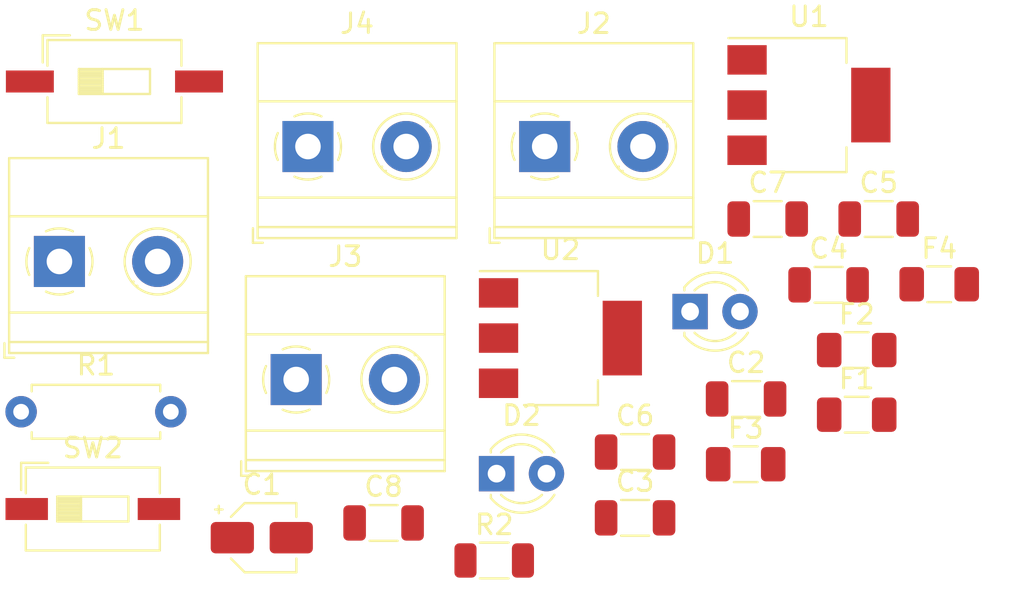
<source format=kicad_pcb>
(kicad_pcb (version 20171130) (host pcbnew "(5.1.9)-1")

  (general
    (thickness 1.6)
    (drawings 0)
    (tracks 0)
    (zones 0)
    (modules 24)
    (nets 14)
  )

  (page A4)
  (layers
    (0 F.Cu signal)
    (31 B.Cu signal)
    (32 B.Adhes user)
    (33 F.Adhes user)
    (34 B.Paste user)
    (35 F.Paste user)
    (36 B.SilkS user)
    (37 F.SilkS user)
    (38 B.Mask user)
    (39 F.Mask user)
    (40 Dwgs.User user)
    (41 Cmts.User user)
    (42 Eco1.User user)
    (43 Eco2.User user)
    (44 Edge.Cuts user)
    (45 Margin user)
    (46 B.CrtYd user)
    (47 F.CrtYd user)
    (48 B.Fab user)
    (49 F.Fab user)
  )

  (setup
    (last_trace_width 0.25)
    (trace_clearance 0.2)
    (zone_clearance 0.508)
    (zone_45_only no)
    (trace_min 0.2)
    (via_size 0.8)
    (via_drill 0.4)
    (via_min_size 0.4)
    (via_min_drill 0.3)
    (uvia_size 0.3)
    (uvia_drill 0.1)
    (uvias_allowed no)
    (uvia_min_size 0.2)
    (uvia_min_drill 0.1)
    (edge_width 0.05)
    (segment_width 0.2)
    (pcb_text_width 0.3)
    (pcb_text_size 1.5 1.5)
    (mod_edge_width 0.12)
    (mod_text_size 1 1)
    (mod_text_width 0.15)
    (pad_size 1.524 1.524)
    (pad_drill 0.762)
    (pad_to_mask_clearance 0)
    (aux_axis_origin 0 0)
    (visible_elements FFFFFF7F)
    (pcbplotparams
      (layerselection 0x010fc_ffffffff)
      (usegerberextensions false)
      (usegerberattributes true)
      (usegerberadvancedattributes true)
      (creategerberjobfile true)
      (excludeedgelayer true)
      (linewidth 0.100000)
      (plotframeref false)
      (viasonmask false)
      (mode 1)
      (useauxorigin false)
      (hpglpennumber 1)
      (hpglpenspeed 20)
      (hpglpendiameter 15.000000)
      (psnegative false)
      (psa4output false)
      (plotreference true)
      (plotvalue true)
      (plotinvisibletext false)
      (padsonsilk false)
      (subtractmaskfromsilk false)
      (outputformat 1)
      (mirror false)
      (drillshape 1)
      (scaleselection 1)
      (outputdirectory ""))
  )

  (net 0 "")
  (net 1 "Net-(C1-Pad1)")
  (net 2 GND)
  (net 3 "Net-(C2-Pad1)")
  (net 4 +5V)
  (net 5 +3V3)
  (net 6 "Net-(D1-Pad1)")
  (net 7 "Net-(D2-Pad1)")
  (net 8 "Net-(F1-Pad1)")
  (net 9 "Net-(F2-Pad1)")
  (net 10 /5Vout)
  (net 11 /3.3Vout)
  (net 12 "Net-(J1-Pad1)")
  (net 13 "Net-(J2-Pad1)")

  (net_class Default "This is the default net class."
    (clearance 0.2)
    (trace_width 0.25)
    (via_dia 0.8)
    (via_drill 0.4)
    (uvia_dia 0.3)
    (uvia_drill 0.1)
    (add_net +3V3)
    (add_net +5V)
    (add_net /3.3Vout)
    (add_net /5Vout)
    (add_net GND)
    (add_net "Net-(C1-Pad1)")
    (add_net "Net-(C2-Pad1)")
    (add_net "Net-(D1-Pad1)")
    (add_net "Net-(D2-Pad1)")
    (add_net "Net-(F1-Pad1)")
    (add_net "Net-(F2-Pad1)")
    (add_net "Net-(J1-Pad1)")
    (add_net "Net-(J2-Pad1)")
  )

  (module Capacitor_SMD:CP_Elec_3x5.4 (layer F.Cu) (tedit 5BCA39CF) (tstamp 60FDB20A)
    (at 103.241001 107.433001)
    (descr "SMD capacitor, aluminum electrolytic, Nichicon, 3.0x5.4mm")
    (tags "capacitor electrolytic")
    (path /60FD91D4)
    (attr smd)
    (fp_text reference C1 (at 0 -2.7) (layer F.SilkS)
      (effects (font (size 1 1) (thickness 0.15)))
    )
    (fp_text value 10u (at 0 2.7) (layer F.Fab)
      (effects (font (size 1 1) (thickness 0.15)))
    )
    (fp_line (start -2.85 1.05) (end -1.78 1.05) (layer F.CrtYd) (width 0.05))
    (fp_line (start -2.85 -1.05) (end -2.85 1.05) (layer F.CrtYd) (width 0.05))
    (fp_line (start -1.78 -1.05) (end -2.85 -1.05) (layer F.CrtYd) (width 0.05))
    (fp_line (start -1.78 -1.05) (end -0.93 -1.9) (layer F.CrtYd) (width 0.05))
    (fp_line (start -1.78 1.05) (end -0.93 1.9) (layer F.CrtYd) (width 0.05))
    (fp_line (start -0.93 -1.9) (end 1.9 -1.9) (layer F.CrtYd) (width 0.05))
    (fp_line (start -0.93 1.9) (end 1.9 1.9) (layer F.CrtYd) (width 0.05))
    (fp_line (start 1.9 1.05) (end 1.9 1.9) (layer F.CrtYd) (width 0.05))
    (fp_line (start 2.85 1.05) (end 1.9 1.05) (layer F.CrtYd) (width 0.05))
    (fp_line (start 2.85 -1.05) (end 2.85 1.05) (layer F.CrtYd) (width 0.05))
    (fp_line (start 1.9 -1.05) (end 2.85 -1.05) (layer F.CrtYd) (width 0.05))
    (fp_line (start 1.9 -1.9) (end 1.9 -1.05) (layer F.CrtYd) (width 0.05))
    (fp_line (start -2.1875 -1.6225) (end -2.1875 -1.2475) (layer F.SilkS) (width 0.12))
    (fp_line (start -2.375 -1.435) (end -2 -1.435) (layer F.SilkS) (width 0.12))
    (fp_line (start -1.570563 1.06) (end -0.870563 1.76) (layer F.SilkS) (width 0.12))
    (fp_line (start -1.570563 -1.06) (end -0.870563 -1.76) (layer F.SilkS) (width 0.12))
    (fp_line (start -0.870563 1.76) (end 1.76 1.76) (layer F.SilkS) (width 0.12))
    (fp_line (start -0.870563 -1.76) (end 1.76 -1.76) (layer F.SilkS) (width 0.12))
    (fp_line (start 1.76 -1.76) (end 1.76 -1.06) (layer F.SilkS) (width 0.12))
    (fp_line (start 1.76 1.76) (end 1.76 1.06) (layer F.SilkS) (width 0.12))
    (fp_line (start -0.960469 -0.95) (end -0.960469 -0.65) (layer F.Fab) (width 0.1))
    (fp_line (start -1.110469 -0.8) (end -0.810469 -0.8) (layer F.Fab) (width 0.1))
    (fp_line (start -1.65 0.825) (end -0.825 1.65) (layer F.Fab) (width 0.1))
    (fp_line (start -1.65 -0.825) (end -0.825 -1.65) (layer F.Fab) (width 0.1))
    (fp_line (start -1.65 -0.825) (end -1.65 0.825) (layer F.Fab) (width 0.1))
    (fp_line (start -0.825 1.65) (end 1.65 1.65) (layer F.Fab) (width 0.1))
    (fp_line (start -0.825 -1.65) (end 1.65 -1.65) (layer F.Fab) (width 0.1))
    (fp_line (start 1.65 -1.65) (end 1.65 1.65) (layer F.Fab) (width 0.1))
    (fp_circle (center 0 0) (end 1.5 0) (layer F.Fab) (width 0.1))
    (fp_text user %R (at 0 0) (layer F.Fab)
      (effects (font (size 0.6 0.6) (thickness 0.09)))
    )
    (pad 1 smd roundrect (at -1.5 0) (size 2.2 1.6) (layers F.Cu F.Paste F.Mask) (roundrect_rratio 0.15625)
      (net 1 "Net-(C1-Pad1)"))
    (pad 2 smd roundrect (at 1.5 0) (size 2.2 1.6) (layers F.Cu F.Paste F.Mask) (roundrect_rratio 0.15625)
      (net 2 GND))
    (model ${KISYS3DMOD}/Capacitor_SMD.3dshapes/CP_Elec_3x5.4.wrl
      (at (xyz 0 0 0))
      (scale (xyz 1 1 1))
      (rotate (xyz 0 0 0))
    )
  )

  (module Capacitor_SMD:C_1206_3216Metric (layer F.Cu) (tedit 5F68FEEE) (tstamp 60FDB21B)
    (at 127.891001 100.373001)
    (descr "Capacitor SMD 1206 (3216 Metric), square (rectangular) end terminal, IPC_7351 nominal, (Body size source: IPC-SM-782 page 76, https://www.pcb-3d.com/wordpress/wp-content/uploads/ipc-sm-782a_amendment_1_and_2.pdf), generated with kicad-footprint-generator")
    (tags capacitor)
    (path /60FE70BC)
    (attr smd)
    (fp_text reference C2 (at 0 -1.85) (layer F.SilkS)
      (effects (font (size 1 1) (thickness 0.15)))
    )
    (fp_text value 10u (at 0 1.85) (layer F.Fab)
      (effects (font (size 1 1) (thickness 0.15)))
    )
    (fp_line (start 2.3 1.15) (end -2.3 1.15) (layer F.CrtYd) (width 0.05))
    (fp_line (start 2.3 -1.15) (end 2.3 1.15) (layer F.CrtYd) (width 0.05))
    (fp_line (start -2.3 -1.15) (end 2.3 -1.15) (layer F.CrtYd) (width 0.05))
    (fp_line (start -2.3 1.15) (end -2.3 -1.15) (layer F.CrtYd) (width 0.05))
    (fp_line (start -0.711252 0.91) (end 0.711252 0.91) (layer F.SilkS) (width 0.12))
    (fp_line (start -0.711252 -0.91) (end 0.711252 -0.91) (layer F.SilkS) (width 0.12))
    (fp_line (start 1.6 0.8) (end -1.6 0.8) (layer F.Fab) (width 0.1))
    (fp_line (start 1.6 -0.8) (end 1.6 0.8) (layer F.Fab) (width 0.1))
    (fp_line (start -1.6 -0.8) (end 1.6 -0.8) (layer F.Fab) (width 0.1))
    (fp_line (start -1.6 0.8) (end -1.6 -0.8) (layer F.Fab) (width 0.1))
    (fp_text user %R (at 0 0) (layer F.Fab)
      (effects (font (size 0.8 0.8) (thickness 0.12)))
    )
    (pad 1 smd roundrect (at -1.475 0) (size 1.15 1.8) (layers F.Cu F.Paste F.Mask) (roundrect_rratio 0.217391)
      (net 3 "Net-(C2-Pad1)"))
    (pad 2 smd roundrect (at 1.475 0) (size 1.15 1.8) (layers F.Cu F.Paste F.Mask) (roundrect_rratio 0.217391)
      (net 2 GND))
    (model ${KISYS3DMOD}/Capacitor_SMD.3dshapes/C_1206_3216Metric.wrl
      (at (xyz 0 0 0))
      (scale (xyz 1 1 1))
      (rotate (xyz 0 0 0))
    )
  )

  (module Capacitor_SMD:C_1206_3216Metric (layer F.Cu) (tedit 5F68FEEE) (tstamp 60FDB22C)
    (at 122.241001 106.423001)
    (descr "Capacitor SMD 1206 (3216 Metric), square (rectangular) end terminal, IPC_7351 nominal, (Body size source: IPC-SM-782 page 76, https://www.pcb-3d.com/wordpress/wp-content/uploads/ipc-sm-782a_amendment_1_and_2.pdf), generated with kicad-footprint-generator")
    (tags capacitor)
    (path /60FD7EC3)
    (attr smd)
    (fp_text reference C3 (at 0 -1.85) (layer F.SilkS)
      (effects (font (size 1 1) (thickness 0.15)))
    )
    (fp_text value 100n (at 0 1.85) (layer F.Fab)
      (effects (font (size 1 1) (thickness 0.15)))
    )
    (fp_line (start 2.3 1.15) (end -2.3 1.15) (layer F.CrtYd) (width 0.05))
    (fp_line (start 2.3 -1.15) (end 2.3 1.15) (layer F.CrtYd) (width 0.05))
    (fp_line (start -2.3 -1.15) (end 2.3 -1.15) (layer F.CrtYd) (width 0.05))
    (fp_line (start -2.3 1.15) (end -2.3 -1.15) (layer F.CrtYd) (width 0.05))
    (fp_line (start -0.711252 0.91) (end 0.711252 0.91) (layer F.SilkS) (width 0.12))
    (fp_line (start -0.711252 -0.91) (end 0.711252 -0.91) (layer F.SilkS) (width 0.12))
    (fp_line (start 1.6 0.8) (end -1.6 0.8) (layer F.Fab) (width 0.1))
    (fp_line (start 1.6 -0.8) (end 1.6 0.8) (layer F.Fab) (width 0.1))
    (fp_line (start -1.6 -0.8) (end 1.6 -0.8) (layer F.Fab) (width 0.1))
    (fp_line (start -1.6 0.8) (end -1.6 -0.8) (layer F.Fab) (width 0.1))
    (fp_text user %R (at 0 0) (layer F.Fab)
      (effects (font (size 0.8 0.8) (thickness 0.12)))
    )
    (pad 1 smd roundrect (at -1.475 0) (size 1.15 1.8) (layers F.Cu F.Paste F.Mask) (roundrect_rratio 0.217391)
      (net 1 "Net-(C1-Pad1)"))
    (pad 2 smd roundrect (at 1.475 0) (size 1.15 1.8) (layers F.Cu F.Paste F.Mask) (roundrect_rratio 0.217391)
      (net 2 GND))
    (model ${KISYS3DMOD}/Capacitor_SMD.3dshapes/C_1206_3216Metric.wrl
      (at (xyz 0 0 0))
      (scale (xyz 1 1 1))
      (rotate (xyz 0 0 0))
    )
  )

  (module Capacitor_SMD:C_1206_3216Metric (layer F.Cu) (tedit 5F68FEEE) (tstamp 60FDB23D)
    (at 132.091001 94.563001)
    (descr "Capacitor SMD 1206 (3216 Metric), square (rectangular) end terminal, IPC_7351 nominal, (Body size source: IPC-SM-782 page 76, https://www.pcb-3d.com/wordpress/wp-content/uploads/ipc-sm-782a_amendment_1_and_2.pdf), generated with kicad-footprint-generator")
    (tags capacitor)
    (path /60FE70AA)
    (attr smd)
    (fp_text reference C4 (at 0 -1.85) (layer F.SilkS)
      (effects (font (size 1 1) (thickness 0.15)))
    )
    (fp_text value 100n (at 0 1.85) (layer F.Fab)
      (effects (font (size 1 1) (thickness 0.15)))
    )
    (fp_text user %R (at 0 0) (layer F.Fab)
      (effects (font (size 0.8 0.8) (thickness 0.12)))
    )
    (fp_line (start -1.6 0.8) (end -1.6 -0.8) (layer F.Fab) (width 0.1))
    (fp_line (start -1.6 -0.8) (end 1.6 -0.8) (layer F.Fab) (width 0.1))
    (fp_line (start 1.6 -0.8) (end 1.6 0.8) (layer F.Fab) (width 0.1))
    (fp_line (start 1.6 0.8) (end -1.6 0.8) (layer F.Fab) (width 0.1))
    (fp_line (start -0.711252 -0.91) (end 0.711252 -0.91) (layer F.SilkS) (width 0.12))
    (fp_line (start -0.711252 0.91) (end 0.711252 0.91) (layer F.SilkS) (width 0.12))
    (fp_line (start -2.3 1.15) (end -2.3 -1.15) (layer F.CrtYd) (width 0.05))
    (fp_line (start -2.3 -1.15) (end 2.3 -1.15) (layer F.CrtYd) (width 0.05))
    (fp_line (start 2.3 -1.15) (end 2.3 1.15) (layer F.CrtYd) (width 0.05))
    (fp_line (start 2.3 1.15) (end -2.3 1.15) (layer F.CrtYd) (width 0.05))
    (pad 2 smd roundrect (at 1.475 0) (size 1.15 1.8) (layers F.Cu F.Paste F.Mask) (roundrect_rratio 0.217391)
      (net 2 GND))
    (pad 1 smd roundrect (at -1.475 0) (size 1.15 1.8) (layers F.Cu F.Paste F.Mask) (roundrect_rratio 0.217391)
      (net 3 "Net-(C2-Pad1)"))
    (model ${KISYS3DMOD}/Capacitor_SMD.3dshapes/C_1206_3216Metric.wrl
      (at (xyz 0 0 0))
      (scale (xyz 1 1 1))
      (rotate (xyz 0 0 0))
    )
  )

  (module Capacitor_SMD:C_1206_3216Metric (layer F.Cu) (tedit 5F68FEEE) (tstamp 60FDB24E)
    (at 134.641001 91.213001)
    (descr "Capacitor SMD 1206 (3216 Metric), square (rectangular) end terminal, IPC_7351 nominal, (Body size source: IPC-SM-782 page 76, https://www.pcb-3d.com/wordpress/wp-content/uploads/ipc-sm-782a_amendment_1_and_2.pdf), generated with kicad-footprint-generator")
    (tags capacitor)
    (path /60FD86AD)
    (attr smd)
    (fp_text reference C5 (at 0 -1.85) (layer F.SilkS)
      (effects (font (size 1 1) (thickness 0.15)))
    )
    (fp_text value 10u (at 0 1.85) (layer F.Fab)
      (effects (font (size 1 1) (thickness 0.15)))
    )
    (fp_text user %R (at 0 0) (layer F.Fab)
      (effects (font (size 0.8 0.8) (thickness 0.12)))
    )
    (fp_line (start -1.6 0.8) (end -1.6 -0.8) (layer F.Fab) (width 0.1))
    (fp_line (start -1.6 -0.8) (end 1.6 -0.8) (layer F.Fab) (width 0.1))
    (fp_line (start 1.6 -0.8) (end 1.6 0.8) (layer F.Fab) (width 0.1))
    (fp_line (start 1.6 0.8) (end -1.6 0.8) (layer F.Fab) (width 0.1))
    (fp_line (start -0.711252 -0.91) (end 0.711252 -0.91) (layer F.SilkS) (width 0.12))
    (fp_line (start -0.711252 0.91) (end 0.711252 0.91) (layer F.SilkS) (width 0.12))
    (fp_line (start -2.3 1.15) (end -2.3 -1.15) (layer F.CrtYd) (width 0.05))
    (fp_line (start -2.3 -1.15) (end 2.3 -1.15) (layer F.CrtYd) (width 0.05))
    (fp_line (start 2.3 -1.15) (end 2.3 1.15) (layer F.CrtYd) (width 0.05))
    (fp_line (start 2.3 1.15) (end -2.3 1.15) (layer F.CrtYd) (width 0.05))
    (pad 2 smd roundrect (at 1.475 0) (size 1.15 1.8) (layers F.Cu F.Paste F.Mask) (roundrect_rratio 0.217391)
      (net 2 GND))
    (pad 1 smd roundrect (at -1.475 0) (size 1.15 1.8) (layers F.Cu F.Paste F.Mask) (roundrect_rratio 0.217391)
      (net 4 +5V))
    (model ${KISYS3DMOD}/Capacitor_SMD.3dshapes/C_1206_3216Metric.wrl
      (at (xyz 0 0 0))
      (scale (xyz 1 1 1))
      (rotate (xyz 0 0 0))
    )
  )

  (module Capacitor_SMD:C_1206_3216Metric (layer F.Cu) (tedit 5F68FEEE) (tstamp 60FDB25F)
    (at 122.241001 103.073001)
    (descr "Capacitor SMD 1206 (3216 Metric), square (rectangular) end terminal, IPC_7351 nominal, (Body size source: IPC-SM-782 page 76, https://www.pcb-3d.com/wordpress/wp-content/uploads/ipc-sm-782a_amendment_1_and_2.pdf), generated with kicad-footprint-generator")
    (tags capacitor)
    (path /60FE70B0)
    (attr smd)
    (fp_text reference C6 (at 0 -1.85) (layer F.SilkS)
      (effects (font (size 1 1) (thickness 0.15)))
    )
    (fp_text value 10u (at 0 1.85) (layer F.Fab)
      (effects (font (size 1 1) (thickness 0.15)))
    )
    (fp_line (start 2.3 1.15) (end -2.3 1.15) (layer F.CrtYd) (width 0.05))
    (fp_line (start 2.3 -1.15) (end 2.3 1.15) (layer F.CrtYd) (width 0.05))
    (fp_line (start -2.3 -1.15) (end 2.3 -1.15) (layer F.CrtYd) (width 0.05))
    (fp_line (start -2.3 1.15) (end -2.3 -1.15) (layer F.CrtYd) (width 0.05))
    (fp_line (start -0.711252 0.91) (end 0.711252 0.91) (layer F.SilkS) (width 0.12))
    (fp_line (start -0.711252 -0.91) (end 0.711252 -0.91) (layer F.SilkS) (width 0.12))
    (fp_line (start 1.6 0.8) (end -1.6 0.8) (layer F.Fab) (width 0.1))
    (fp_line (start 1.6 -0.8) (end 1.6 0.8) (layer F.Fab) (width 0.1))
    (fp_line (start -1.6 -0.8) (end 1.6 -0.8) (layer F.Fab) (width 0.1))
    (fp_line (start -1.6 0.8) (end -1.6 -0.8) (layer F.Fab) (width 0.1))
    (fp_text user %R (at 0 0) (layer F.Fab)
      (effects (font (size 0.8 0.8) (thickness 0.12)))
    )
    (pad 1 smd roundrect (at -1.475 0) (size 1.15 1.8) (layers F.Cu F.Paste F.Mask) (roundrect_rratio 0.217391)
      (net 5 +3V3))
    (pad 2 smd roundrect (at 1.475 0) (size 1.15 1.8) (layers F.Cu F.Paste F.Mask) (roundrect_rratio 0.217391)
      (net 2 GND))
    (model ${KISYS3DMOD}/Capacitor_SMD.3dshapes/C_1206_3216Metric.wrl
      (at (xyz 0 0 0))
      (scale (xyz 1 1 1))
      (rotate (xyz 0 0 0))
    )
  )

  (module Capacitor_SMD:C_1206_3216Metric (layer F.Cu) (tedit 5F68FEEE) (tstamp 60FDB270)
    (at 128.991001 91.213001)
    (descr "Capacitor SMD 1206 (3216 Metric), square (rectangular) end terminal, IPC_7351 nominal, (Body size source: IPC-SM-782 page 76, https://www.pcb-3d.com/wordpress/wp-content/uploads/ipc-sm-782a_amendment_1_and_2.pdf), generated with kicad-footprint-generator")
    (tags capacitor)
    (path /60FD8C61)
    (attr smd)
    (fp_text reference C7 (at 0 -1.85) (layer F.SilkS)
      (effects (font (size 1 1) (thickness 0.15)))
    )
    (fp_text value 0.1u (at 0 1.85) (layer F.Fab)
      (effects (font (size 1 1) (thickness 0.15)))
    )
    (fp_line (start 2.3 1.15) (end -2.3 1.15) (layer F.CrtYd) (width 0.05))
    (fp_line (start 2.3 -1.15) (end 2.3 1.15) (layer F.CrtYd) (width 0.05))
    (fp_line (start -2.3 -1.15) (end 2.3 -1.15) (layer F.CrtYd) (width 0.05))
    (fp_line (start -2.3 1.15) (end -2.3 -1.15) (layer F.CrtYd) (width 0.05))
    (fp_line (start -0.711252 0.91) (end 0.711252 0.91) (layer F.SilkS) (width 0.12))
    (fp_line (start -0.711252 -0.91) (end 0.711252 -0.91) (layer F.SilkS) (width 0.12))
    (fp_line (start 1.6 0.8) (end -1.6 0.8) (layer F.Fab) (width 0.1))
    (fp_line (start 1.6 -0.8) (end 1.6 0.8) (layer F.Fab) (width 0.1))
    (fp_line (start -1.6 -0.8) (end 1.6 -0.8) (layer F.Fab) (width 0.1))
    (fp_line (start -1.6 0.8) (end -1.6 -0.8) (layer F.Fab) (width 0.1))
    (fp_text user %R (at 0 0) (layer F.Fab)
      (effects (font (size 0.8 0.8) (thickness 0.12)))
    )
    (pad 1 smd roundrect (at -1.475 0) (size 1.15 1.8) (layers F.Cu F.Paste F.Mask) (roundrect_rratio 0.217391)
      (net 4 +5V))
    (pad 2 smd roundrect (at 1.475 0) (size 1.15 1.8) (layers F.Cu F.Paste F.Mask) (roundrect_rratio 0.217391)
      (net 2 GND))
    (model ${KISYS3DMOD}/Capacitor_SMD.3dshapes/C_1206_3216Metric.wrl
      (at (xyz 0 0 0))
      (scale (xyz 1 1 1))
      (rotate (xyz 0 0 0))
    )
  )

  (module Capacitor_SMD:C_1206_3216Metric (layer F.Cu) (tedit 5F68FEEE) (tstamp 60FDB281)
    (at 109.441001 106.683001)
    (descr "Capacitor SMD 1206 (3216 Metric), square (rectangular) end terminal, IPC_7351 nominal, (Body size source: IPC-SM-782 page 76, https://www.pcb-3d.com/wordpress/wp-content/uploads/ipc-sm-782a_amendment_1_and_2.pdf), generated with kicad-footprint-generator")
    (tags capacitor)
    (path /60FE70B6)
    (attr smd)
    (fp_text reference C8 (at 0 -1.85) (layer F.SilkS)
      (effects (font (size 1 1) (thickness 0.15)))
    )
    (fp_text value 0.1u (at 0 1.85) (layer F.Fab)
      (effects (font (size 1 1) (thickness 0.15)))
    )
    (fp_text user %R (at 0 0) (layer F.Fab)
      (effects (font (size 0.8 0.8) (thickness 0.12)))
    )
    (fp_line (start -1.6 0.8) (end -1.6 -0.8) (layer F.Fab) (width 0.1))
    (fp_line (start -1.6 -0.8) (end 1.6 -0.8) (layer F.Fab) (width 0.1))
    (fp_line (start 1.6 -0.8) (end 1.6 0.8) (layer F.Fab) (width 0.1))
    (fp_line (start 1.6 0.8) (end -1.6 0.8) (layer F.Fab) (width 0.1))
    (fp_line (start -0.711252 -0.91) (end 0.711252 -0.91) (layer F.SilkS) (width 0.12))
    (fp_line (start -0.711252 0.91) (end 0.711252 0.91) (layer F.SilkS) (width 0.12))
    (fp_line (start -2.3 1.15) (end -2.3 -1.15) (layer F.CrtYd) (width 0.05))
    (fp_line (start -2.3 -1.15) (end 2.3 -1.15) (layer F.CrtYd) (width 0.05))
    (fp_line (start 2.3 -1.15) (end 2.3 1.15) (layer F.CrtYd) (width 0.05))
    (fp_line (start 2.3 1.15) (end -2.3 1.15) (layer F.CrtYd) (width 0.05))
    (pad 2 smd roundrect (at 1.475 0) (size 1.15 1.8) (layers F.Cu F.Paste F.Mask) (roundrect_rratio 0.217391)
      (net 2 GND))
    (pad 1 smd roundrect (at -1.475 0) (size 1.15 1.8) (layers F.Cu F.Paste F.Mask) (roundrect_rratio 0.217391)
      (net 5 +3V3))
    (model ${KISYS3DMOD}/Capacitor_SMD.3dshapes/C_1206_3216Metric.wrl
      (at (xyz 0 0 0))
      (scale (xyz 1 1 1))
      (rotate (xyz 0 0 0))
    )
  )

  (module LED_THT:LED_D3.0mm (layer F.Cu) (tedit 587A3A7B) (tstamp 60FDB294)
    (at 125.041001 95.923001)
    (descr "LED, diameter 3.0mm, 2 pins")
    (tags "LED diameter 3.0mm 2 pins")
    (path /60FEF934)
    (fp_text reference D1 (at 1.27 -2.96) (layer F.SilkS)
      (effects (font (size 1 1) (thickness 0.15)))
    )
    (fp_text value LED (at 1.27 2.96) (layer F.Fab)
      (effects (font (size 1 1) (thickness 0.15)))
    )
    (fp_line (start 3.7 -2.25) (end -1.15 -2.25) (layer F.CrtYd) (width 0.05))
    (fp_line (start 3.7 2.25) (end 3.7 -2.25) (layer F.CrtYd) (width 0.05))
    (fp_line (start -1.15 2.25) (end 3.7 2.25) (layer F.CrtYd) (width 0.05))
    (fp_line (start -1.15 -2.25) (end -1.15 2.25) (layer F.CrtYd) (width 0.05))
    (fp_line (start -0.29 1.08) (end -0.29 1.236) (layer F.SilkS) (width 0.12))
    (fp_line (start -0.29 -1.236) (end -0.29 -1.08) (layer F.SilkS) (width 0.12))
    (fp_line (start -0.23 -1.16619) (end -0.23 1.16619) (layer F.Fab) (width 0.1))
    (fp_circle (center 1.27 0) (end 2.77 0) (layer F.Fab) (width 0.1))
    (fp_arc (start 1.27 0) (end -0.23 -1.16619) (angle 284.3) (layer F.Fab) (width 0.1))
    (fp_arc (start 1.27 0) (end -0.29 -1.235516) (angle 108.8) (layer F.SilkS) (width 0.12))
    (fp_arc (start 1.27 0) (end -0.29 1.235516) (angle -108.8) (layer F.SilkS) (width 0.12))
    (fp_arc (start 1.27 0) (end 0.229039 -1.08) (angle 87.9) (layer F.SilkS) (width 0.12))
    (fp_arc (start 1.27 0) (end 0.229039 1.08) (angle -87.9) (layer F.SilkS) (width 0.12))
    (pad 1 thru_hole rect (at 0 0) (size 1.8 1.8) (drill 0.9) (layers *.Cu *.Mask)
      (net 6 "Net-(D1-Pad1)"))
    (pad 2 thru_hole circle (at 2.54 0) (size 1.8 1.8) (drill 0.9) (layers *.Cu *.Mask)
      (net 5 +3V3))
    (model ${KISYS3DMOD}/LED_THT.3dshapes/LED_D3.0mm.wrl
      (at (xyz 0 0 0))
      (scale (xyz 1 1 1))
      (rotate (xyz 0 0 0))
    )
  )

  (module LED_THT:LED_D3.0mm (layer F.Cu) (tedit 587A3A7B) (tstamp 60FDB2A7)
    (at 115.191001 104.173001)
    (descr "LED, diameter 3.0mm, 2 pins")
    (tags "LED diameter 3.0mm 2 pins")
    (path /60FE9581)
    (fp_text reference D2 (at 1.27 -2.96) (layer F.SilkS)
      (effects (font (size 1 1) (thickness 0.15)))
    )
    (fp_text value LED (at 1.27 2.96) (layer F.Fab)
      (effects (font (size 1 1) (thickness 0.15)))
    )
    (fp_arc (start 1.27 0) (end 0.229039 1.08) (angle -87.9) (layer F.SilkS) (width 0.12))
    (fp_arc (start 1.27 0) (end 0.229039 -1.08) (angle 87.9) (layer F.SilkS) (width 0.12))
    (fp_arc (start 1.27 0) (end -0.29 1.235516) (angle -108.8) (layer F.SilkS) (width 0.12))
    (fp_arc (start 1.27 0) (end -0.29 -1.235516) (angle 108.8) (layer F.SilkS) (width 0.12))
    (fp_arc (start 1.27 0) (end -0.23 -1.16619) (angle 284.3) (layer F.Fab) (width 0.1))
    (fp_circle (center 1.27 0) (end 2.77 0) (layer F.Fab) (width 0.1))
    (fp_line (start -0.23 -1.16619) (end -0.23 1.16619) (layer F.Fab) (width 0.1))
    (fp_line (start -0.29 -1.236) (end -0.29 -1.08) (layer F.SilkS) (width 0.12))
    (fp_line (start -0.29 1.08) (end -0.29 1.236) (layer F.SilkS) (width 0.12))
    (fp_line (start -1.15 -2.25) (end -1.15 2.25) (layer F.CrtYd) (width 0.05))
    (fp_line (start -1.15 2.25) (end 3.7 2.25) (layer F.CrtYd) (width 0.05))
    (fp_line (start 3.7 2.25) (end 3.7 -2.25) (layer F.CrtYd) (width 0.05))
    (fp_line (start 3.7 -2.25) (end -1.15 -2.25) (layer F.CrtYd) (width 0.05))
    (pad 2 thru_hole circle (at 2.54 0) (size 1.8 1.8) (drill 0.9) (layers *.Cu *.Mask)
      (net 4 +5V))
    (pad 1 thru_hole rect (at 0 0) (size 1.8 1.8) (drill 0.9) (layers *.Cu *.Mask)
      (net 7 "Net-(D2-Pad1)"))
    (model ${KISYS3DMOD}/LED_THT.3dshapes/LED_D3.0mm.wrl
      (at (xyz 0 0 0))
      (scale (xyz 1 1 1))
      (rotate (xyz 0 0 0))
    )
  )

  (module Fuse:Fuse_1206_3216Metric (layer F.Cu) (tedit 5F68FEF1) (tstamp 60FDB2B8)
    (at 133.521001 101.173001)
    (descr "Fuse SMD 1206 (3216 Metric), square (rectangular) end terminal, IPC_7351 nominal, (Body size source: http://www.tortai-tech.com/upload/download/2011102023233369053.pdf), generated with kicad-footprint-generator")
    (tags fuse)
    (path /610114B4)
    (attr smd)
    (fp_text reference F1 (at 0 -1.82) (layer F.SilkS)
      (effects (font (size 1 1) (thickness 0.15)))
    )
    (fp_text value Fuse_Small (at 0 1.82) (layer F.Fab)
      (effects (font (size 1 1) (thickness 0.15)))
    )
    (fp_text user %R (at 0 0) (layer F.Fab)
      (effects (font (size 0.8 0.8) (thickness 0.12)))
    )
    (fp_line (start -1.6 0.8) (end -1.6 -0.8) (layer F.Fab) (width 0.1))
    (fp_line (start -1.6 -0.8) (end 1.6 -0.8) (layer F.Fab) (width 0.1))
    (fp_line (start 1.6 -0.8) (end 1.6 0.8) (layer F.Fab) (width 0.1))
    (fp_line (start 1.6 0.8) (end -1.6 0.8) (layer F.Fab) (width 0.1))
    (fp_line (start -0.602064 -0.91) (end 0.602064 -0.91) (layer F.SilkS) (width 0.12))
    (fp_line (start -0.602064 0.91) (end 0.602064 0.91) (layer F.SilkS) (width 0.12))
    (fp_line (start -2.28 1.12) (end -2.28 -1.12) (layer F.CrtYd) (width 0.05))
    (fp_line (start -2.28 -1.12) (end 2.28 -1.12) (layer F.CrtYd) (width 0.05))
    (fp_line (start 2.28 -1.12) (end 2.28 1.12) (layer F.CrtYd) (width 0.05))
    (fp_line (start 2.28 1.12) (end -2.28 1.12) (layer F.CrtYd) (width 0.05))
    (pad 2 smd roundrect (at 1.4 0) (size 1.25 1.75) (layers F.Cu F.Paste F.Mask) (roundrect_rratio 0.2)
      (net 1 "Net-(C1-Pad1)"))
    (pad 1 smd roundrect (at -1.4 0) (size 1.25 1.75) (layers F.Cu F.Paste F.Mask) (roundrect_rratio 0.2)
      (net 8 "Net-(F1-Pad1)"))
    (model ${KISYS3DMOD}/Fuse.3dshapes/Fuse_1206_3216Metric.wrl
      (at (xyz 0 0 0))
      (scale (xyz 1 1 1))
      (rotate (xyz 0 0 0))
    )
  )

  (module Fuse:Fuse_1206_3216Metric (layer F.Cu) (tedit 5F68FEF1) (tstamp 60FDB2C9)
    (at 133.521001 97.883001)
    (descr "Fuse SMD 1206 (3216 Metric), square (rectangular) end terminal, IPC_7351 nominal, (Body size source: http://www.tortai-tech.com/upload/download/2011102023233369053.pdf), generated with kicad-footprint-generator")
    (tags fuse)
    (path /610144E5)
    (attr smd)
    (fp_text reference F2 (at 0 -1.82) (layer F.SilkS)
      (effects (font (size 1 1) (thickness 0.15)))
    )
    (fp_text value Fuse_Small (at 0 1.82) (layer F.Fab)
      (effects (font (size 1 1) (thickness 0.15)))
    )
    (fp_line (start 2.28 1.12) (end -2.28 1.12) (layer F.CrtYd) (width 0.05))
    (fp_line (start 2.28 -1.12) (end 2.28 1.12) (layer F.CrtYd) (width 0.05))
    (fp_line (start -2.28 -1.12) (end 2.28 -1.12) (layer F.CrtYd) (width 0.05))
    (fp_line (start -2.28 1.12) (end -2.28 -1.12) (layer F.CrtYd) (width 0.05))
    (fp_line (start -0.602064 0.91) (end 0.602064 0.91) (layer F.SilkS) (width 0.12))
    (fp_line (start -0.602064 -0.91) (end 0.602064 -0.91) (layer F.SilkS) (width 0.12))
    (fp_line (start 1.6 0.8) (end -1.6 0.8) (layer F.Fab) (width 0.1))
    (fp_line (start 1.6 -0.8) (end 1.6 0.8) (layer F.Fab) (width 0.1))
    (fp_line (start -1.6 -0.8) (end 1.6 -0.8) (layer F.Fab) (width 0.1))
    (fp_line (start -1.6 0.8) (end -1.6 -0.8) (layer F.Fab) (width 0.1))
    (fp_text user %R (at 0 0) (layer F.Fab)
      (effects (font (size 0.8 0.8) (thickness 0.12)))
    )
    (pad 1 smd roundrect (at -1.4 0) (size 1.25 1.75) (layers F.Cu F.Paste F.Mask) (roundrect_rratio 0.2)
      (net 9 "Net-(F2-Pad1)"))
    (pad 2 smd roundrect (at 1.4 0) (size 1.25 1.75) (layers F.Cu F.Paste F.Mask) (roundrect_rratio 0.2)
      (net 3 "Net-(C2-Pad1)"))
    (model ${KISYS3DMOD}/Fuse.3dshapes/Fuse_1206_3216Metric.wrl
      (at (xyz 0 0 0))
      (scale (xyz 1 1 1))
      (rotate (xyz 0 0 0))
    )
  )

  (module Fuse:Fuse_1206_3216Metric (layer F.Cu) (tedit 5F68FEF1) (tstamp 60FDB2DA)
    (at 127.871001 103.693001)
    (descr "Fuse SMD 1206 (3216 Metric), square (rectangular) end terminal, IPC_7351 nominal, (Body size source: http://www.tortai-tech.com/upload/download/2011102023233369053.pdf), generated with kicad-footprint-generator")
    (tags fuse)
    (path /6101E38B)
    (attr smd)
    (fp_text reference F3 (at 0 -1.82) (layer F.SilkS)
      (effects (font (size 1 1) (thickness 0.15)))
    )
    (fp_text value Fuse_Small (at 0 1.82) (layer F.Fab)
      (effects (font (size 1 1) (thickness 0.15)))
    )
    (fp_text user %R (at 0 0) (layer F.Fab)
      (effects (font (size 0.8 0.8) (thickness 0.12)))
    )
    (fp_line (start -1.6 0.8) (end -1.6 -0.8) (layer F.Fab) (width 0.1))
    (fp_line (start -1.6 -0.8) (end 1.6 -0.8) (layer F.Fab) (width 0.1))
    (fp_line (start 1.6 -0.8) (end 1.6 0.8) (layer F.Fab) (width 0.1))
    (fp_line (start 1.6 0.8) (end -1.6 0.8) (layer F.Fab) (width 0.1))
    (fp_line (start -0.602064 -0.91) (end 0.602064 -0.91) (layer F.SilkS) (width 0.12))
    (fp_line (start -0.602064 0.91) (end 0.602064 0.91) (layer F.SilkS) (width 0.12))
    (fp_line (start -2.28 1.12) (end -2.28 -1.12) (layer F.CrtYd) (width 0.05))
    (fp_line (start -2.28 -1.12) (end 2.28 -1.12) (layer F.CrtYd) (width 0.05))
    (fp_line (start 2.28 -1.12) (end 2.28 1.12) (layer F.CrtYd) (width 0.05))
    (fp_line (start 2.28 1.12) (end -2.28 1.12) (layer F.CrtYd) (width 0.05))
    (pad 2 smd roundrect (at 1.4 0) (size 1.25 1.75) (layers F.Cu F.Paste F.Mask) (roundrect_rratio 0.2)
      (net 10 /5Vout))
    (pad 1 smd roundrect (at -1.4 0) (size 1.25 1.75) (layers F.Cu F.Paste F.Mask) (roundrect_rratio 0.2)
      (net 4 +5V))
    (model ${KISYS3DMOD}/Fuse.3dshapes/Fuse_1206_3216Metric.wrl
      (at (xyz 0 0 0))
      (scale (xyz 1 1 1))
      (rotate (xyz 0 0 0))
    )
  )

  (module Fuse:Fuse_1206_3216Metric (layer F.Cu) (tedit 5F68FEF1) (tstamp 60FDB2EB)
    (at 137.721001 94.533001)
    (descr "Fuse SMD 1206 (3216 Metric), square (rectangular) end terminal, IPC_7351 nominal, (Body size source: http://www.tortai-tech.com/upload/download/2011102023233369053.pdf), generated with kicad-footprint-generator")
    (tags fuse)
    (path /61024AB1)
    (attr smd)
    (fp_text reference F4 (at 0 -1.82) (layer F.SilkS)
      (effects (font (size 1 1) (thickness 0.15)))
    )
    (fp_text value Fuse_Small (at 0 1.82) (layer F.Fab)
      (effects (font (size 1 1) (thickness 0.15)))
    )
    (fp_line (start 2.28 1.12) (end -2.28 1.12) (layer F.CrtYd) (width 0.05))
    (fp_line (start 2.28 -1.12) (end 2.28 1.12) (layer F.CrtYd) (width 0.05))
    (fp_line (start -2.28 -1.12) (end 2.28 -1.12) (layer F.CrtYd) (width 0.05))
    (fp_line (start -2.28 1.12) (end -2.28 -1.12) (layer F.CrtYd) (width 0.05))
    (fp_line (start -0.602064 0.91) (end 0.602064 0.91) (layer F.SilkS) (width 0.12))
    (fp_line (start -0.602064 -0.91) (end 0.602064 -0.91) (layer F.SilkS) (width 0.12))
    (fp_line (start 1.6 0.8) (end -1.6 0.8) (layer F.Fab) (width 0.1))
    (fp_line (start 1.6 -0.8) (end 1.6 0.8) (layer F.Fab) (width 0.1))
    (fp_line (start -1.6 -0.8) (end 1.6 -0.8) (layer F.Fab) (width 0.1))
    (fp_line (start -1.6 0.8) (end -1.6 -0.8) (layer F.Fab) (width 0.1))
    (fp_text user %R (at 0 0) (layer F.Fab)
      (effects (font (size 0.8 0.8) (thickness 0.12)))
    )
    (pad 1 smd roundrect (at -1.4 0) (size 1.25 1.75) (layers F.Cu F.Paste F.Mask) (roundrect_rratio 0.2)
      (net 5 +3V3))
    (pad 2 smd roundrect (at 1.4 0) (size 1.25 1.75) (layers F.Cu F.Paste F.Mask) (roundrect_rratio 0.2)
      (net 11 /3.3Vout))
    (model ${KISYS3DMOD}/Fuse.3dshapes/Fuse_1206_3216Metric.wrl
      (at (xyz 0 0 0))
      (scale (xyz 1 1 1))
      (rotate (xyz 0 0 0))
    )
  )

  (module TerminalBlock_Phoenix:TerminalBlock_Phoenix_MKDS-1,5-2_1x02_P5.00mm_Horizontal (layer F.Cu) (tedit 5B294EE5) (tstamp 60FDB317)
    (at 92.941001 93.373001)
    (descr "Terminal Block Phoenix MKDS-1,5-2, 2 pins, pitch 5mm, size 10x9.8mm^2, drill diamater 1.3mm, pad diameter 2.6mm, see http://www.farnell.com/datasheets/100425.pdf, script-generated using https://github.com/pointhi/kicad-footprint-generator/scripts/TerminalBlock_Phoenix")
    (tags "THT Terminal Block Phoenix MKDS-1,5-2 pitch 5mm size 10x9.8mm^2 drill 1.3mm pad 2.6mm")
    (path /60FE0D43)
    (fp_text reference J1 (at 2.5 -6.26) (layer F.SilkS)
      (effects (font (size 1 1) (thickness 0.15)))
    )
    (fp_text value Conn_01x02 (at 2.5 5.66) (layer F.Fab)
      (effects (font (size 1 1) (thickness 0.15)))
    )
    (fp_text user %R (at 2.5 3.2) (layer F.Fab)
      (effects (font (size 1 1) (thickness 0.15)))
    )
    (fp_arc (start 0 0) (end -0.684 1.535) (angle -25) (layer F.SilkS) (width 0.12))
    (fp_arc (start 0 0) (end -1.535 -0.684) (angle -48) (layer F.SilkS) (width 0.12))
    (fp_arc (start 0 0) (end 0.684 -1.535) (angle -48) (layer F.SilkS) (width 0.12))
    (fp_arc (start 0 0) (end 1.535 0.684) (angle -48) (layer F.SilkS) (width 0.12))
    (fp_arc (start 0 0) (end 0 1.68) (angle -24) (layer F.SilkS) (width 0.12))
    (fp_circle (center 0 0) (end 1.5 0) (layer F.Fab) (width 0.1))
    (fp_circle (center 5 0) (end 6.5 0) (layer F.Fab) (width 0.1))
    (fp_circle (center 5 0) (end 6.68 0) (layer F.SilkS) (width 0.12))
    (fp_line (start -2.5 -5.2) (end 7.5 -5.2) (layer F.Fab) (width 0.1))
    (fp_line (start 7.5 -5.2) (end 7.5 4.6) (layer F.Fab) (width 0.1))
    (fp_line (start 7.5 4.6) (end -2 4.6) (layer F.Fab) (width 0.1))
    (fp_line (start -2 4.6) (end -2.5 4.1) (layer F.Fab) (width 0.1))
    (fp_line (start -2.5 4.1) (end -2.5 -5.2) (layer F.Fab) (width 0.1))
    (fp_line (start -2.5 4.1) (end 7.5 4.1) (layer F.Fab) (width 0.1))
    (fp_line (start -2.56 4.1) (end 7.56 4.1) (layer F.SilkS) (width 0.12))
    (fp_line (start -2.5 2.6) (end 7.5 2.6) (layer F.Fab) (width 0.1))
    (fp_line (start -2.56 2.6) (end 7.56 2.6) (layer F.SilkS) (width 0.12))
    (fp_line (start -2.5 -2.3) (end 7.5 -2.3) (layer F.Fab) (width 0.1))
    (fp_line (start -2.56 -2.301) (end 7.56 -2.301) (layer F.SilkS) (width 0.12))
    (fp_line (start -2.56 -5.261) (end 7.56 -5.261) (layer F.SilkS) (width 0.12))
    (fp_line (start -2.56 4.66) (end 7.56 4.66) (layer F.SilkS) (width 0.12))
    (fp_line (start -2.56 -5.261) (end -2.56 4.66) (layer F.SilkS) (width 0.12))
    (fp_line (start 7.56 -5.261) (end 7.56 4.66) (layer F.SilkS) (width 0.12))
    (fp_line (start 1.138 -0.955) (end -0.955 1.138) (layer F.Fab) (width 0.1))
    (fp_line (start 0.955 -1.138) (end -1.138 0.955) (layer F.Fab) (width 0.1))
    (fp_line (start 6.138 -0.955) (end 4.046 1.138) (layer F.Fab) (width 0.1))
    (fp_line (start 5.955 -1.138) (end 3.863 0.955) (layer F.Fab) (width 0.1))
    (fp_line (start 6.275 -1.069) (end 6.228 -1.023) (layer F.SilkS) (width 0.12))
    (fp_line (start 3.966 1.239) (end 3.931 1.274) (layer F.SilkS) (width 0.12))
    (fp_line (start 6.07 -1.275) (end 6.035 -1.239) (layer F.SilkS) (width 0.12))
    (fp_line (start 3.773 1.023) (end 3.726 1.069) (layer F.SilkS) (width 0.12))
    (fp_line (start -2.8 4.16) (end -2.8 4.9) (layer F.SilkS) (width 0.12))
    (fp_line (start -2.8 4.9) (end -2.3 4.9) (layer F.SilkS) (width 0.12))
    (fp_line (start -3 -5.71) (end -3 5.1) (layer F.CrtYd) (width 0.05))
    (fp_line (start -3 5.1) (end 8 5.1) (layer F.CrtYd) (width 0.05))
    (fp_line (start 8 5.1) (end 8 -5.71) (layer F.CrtYd) (width 0.05))
    (fp_line (start 8 -5.71) (end -3 -5.71) (layer F.CrtYd) (width 0.05))
    (pad 2 thru_hole circle (at 5 0) (size 2.6 2.6) (drill 1.3) (layers *.Cu *.Mask)
      (net 2 GND))
    (pad 1 thru_hole rect (at 0 0) (size 2.6 2.6) (drill 1.3) (layers *.Cu *.Mask)
      (net 12 "Net-(J1-Pad1)"))
    (model ${KISYS3DMOD}/TerminalBlock_Phoenix.3dshapes/TerminalBlock_Phoenix_MKDS-1,5-2_1x02_P5.00mm_Horizontal.wrl
      (at (xyz 0 0 0))
      (scale (xyz 1 1 1))
      (rotate (xyz 0 0 0))
    )
  )

  (module TerminalBlock_Phoenix:TerminalBlock_Phoenix_MKDS-1,5-2_1x02_P5.00mm_Horizontal (layer F.Cu) (tedit 5B294EE5) (tstamp 60FDB343)
    (at 117.641001 87.523001)
    (descr "Terminal Block Phoenix MKDS-1,5-2, 2 pins, pitch 5mm, size 10x9.8mm^2, drill diamater 1.3mm, pad diameter 2.6mm, see http://www.farnell.com/datasheets/100425.pdf, script-generated using https://github.com/pointhi/kicad-footprint-generator/scripts/TerminalBlock_Phoenix")
    (tags "THT Terminal Block Phoenix MKDS-1,5-2 pitch 5mm size 10x9.8mm^2 drill 1.3mm pad 2.6mm")
    (path /60FE70DE)
    (fp_text reference J2 (at 2.5 -6.26) (layer F.SilkS)
      (effects (font (size 1 1) (thickness 0.15)))
    )
    (fp_text value Conn_01x02 (at 2.5 5.66) (layer F.Fab)
      (effects (font (size 1 1) (thickness 0.15)))
    )
    (fp_line (start 8 -5.71) (end -3 -5.71) (layer F.CrtYd) (width 0.05))
    (fp_line (start 8 5.1) (end 8 -5.71) (layer F.CrtYd) (width 0.05))
    (fp_line (start -3 5.1) (end 8 5.1) (layer F.CrtYd) (width 0.05))
    (fp_line (start -3 -5.71) (end -3 5.1) (layer F.CrtYd) (width 0.05))
    (fp_line (start -2.8 4.9) (end -2.3 4.9) (layer F.SilkS) (width 0.12))
    (fp_line (start -2.8 4.16) (end -2.8 4.9) (layer F.SilkS) (width 0.12))
    (fp_line (start 3.773 1.023) (end 3.726 1.069) (layer F.SilkS) (width 0.12))
    (fp_line (start 6.07 -1.275) (end 6.035 -1.239) (layer F.SilkS) (width 0.12))
    (fp_line (start 3.966 1.239) (end 3.931 1.274) (layer F.SilkS) (width 0.12))
    (fp_line (start 6.275 -1.069) (end 6.228 -1.023) (layer F.SilkS) (width 0.12))
    (fp_line (start 5.955 -1.138) (end 3.863 0.955) (layer F.Fab) (width 0.1))
    (fp_line (start 6.138 -0.955) (end 4.046 1.138) (layer F.Fab) (width 0.1))
    (fp_line (start 0.955 -1.138) (end -1.138 0.955) (layer F.Fab) (width 0.1))
    (fp_line (start 1.138 -0.955) (end -0.955 1.138) (layer F.Fab) (width 0.1))
    (fp_line (start 7.56 -5.261) (end 7.56 4.66) (layer F.SilkS) (width 0.12))
    (fp_line (start -2.56 -5.261) (end -2.56 4.66) (layer F.SilkS) (width 0.12))
    (fp_line (start -2.56 4.66) (end 7.56 4.66) (layer F.SilkS) (width 0.12))
    (fp_line (start -2.56 -5.261) (end 7.56 -5.261) (layer F.SilkS) (width 0.12))
    (fp_line (start -2.56 -2.301) (end 7.56 -2.301) (layer F.SilkS) (width 0.12))
    (fp_line (start -2.5 -2.3) (end 7.5 -2.3) (layer F.Fab) (width 0.1))
    (fp_line (start -2.56 2.6) (end 7.56 2.6) (layer F.SilkS) (width 0.12))
    (fp_line (start -2.5 2.6) (end 7.5 2.6) (layer F.Fab) (width 0.1))
    (fp_line (start -2.56 4.1) (end 7.56 4.1) (layer F.SilkS) (width 0.12))
    (fp_line (start -2.5 4.1) (end 7.5 4.1) (layer F.Fab) (width 0.1))
    (fp_line (start -2.5 4.1) (end -2.5 -5.2) (layer F.Fab) (width 0.1))
    (fp_line (start -2 4.6) (end -2.5 4.1) (layer F.Fab) (width 0.1))
    (fp_line (start 7.5 4.6) (end -2 4.6) (layer F.Fab) (width 0.1))
    (fp_line (start 7.5 -5.2) (end 7.5 4.6) (layer F.Fab) (width 0.1))
    (fp_line (start -2.5 -5.2) (end 7.5 -5.2) (layer F.Fab) (width 0.1))
    (fp_circle (center 5 0) (end 6.68 0) (layer F.SilkS) (width 0.12))
    (fp_circle (center 5 0) (end 6.5 0) (layer F.Fab) (width 0.1))
    (fp_circle (center 0 0) (end 1.5 0) (layer F.Fab) (width 0.1))
    (fp_arc (start 0 0) (end 0 1.68) (angle -24) (layer F.SilkS) (width 0.12))
    (fp_arc (start 0 0) (end 1.535 0.684) (angle -48) (layer F.SilkS) (width 0.12))
    (fp_arc (start 0 0) (end 0.684 -1.535) (angle -48) (layer F.SilkS) (width 0.12))
    (fp_arc (start 0 0) (end -1.535 -0.684) (angle -48) (layer F.SilkS) (width 0.12))
    (fp_arc (start 0 0) (end -0.684 1.535) (angle -25) (layer F.SilkS) (width 0.12))
    (fp_text user %R (at 2.5 3.2) (layer F.Fab)
      (effects (font (size 1 1) (thickness 0.15)))
    )
    (pad 1 thru_hole rect (at 0 0) (size 2.6 2.6) (drill 1.3) (layers *.Cu *.Mask)
      (net 13 "Net-(J2-Pad1)"))
    (pad 2 thru_hole circle (at 5 0) (size 2.6 2.6) (drill 1.3) (layers *.Cu *.Mask)
      (net 2 GND))
    (model ${KISYS3DMOD}/TerminalBlock_Phoenix.3dshapes/TerminalBlock_Phoenix_MKDS-1,5-2_1x02_P5.00mm_Horizontal.wrl
      (at (xyz 0 0 0))
      (scale (xyz 1 1 1))
      (rotate (xyz 0 0 0))
    )
  )

  (module TerminalBlock_Phoenix:TerminalBlock_Phoenix_MKDS-1,5-2_1x02_P5.00mm_Horizontal (layer F.Cu) (tedit 5B294EE5) (tstamp 60FDB36F)
    (at 104.991001 99.383001)
    (descr "Terminal Block Phoenix MKDS-1,5-2, 2 pins, pitch 5mm, size 10x9.8mm^2, drill diamater 1.3mm, pad diameter 2.6mm, see http://www.farnell.com/datasheets/100425.pdf, script-generated using https://github.com/pointhi/kicad-footprint-generator/scripts/TerminalBlock_Phoenix")
    (tags "THT Terminal Block Phoenix MKDS-1,5-2 pitch 5mm size 10x9.8mm^2 drill 1.3mm pad 2.6mm")
    (path /61020B92)
    (fp_text reference J3 (at 2.5 -6.26) (layer F.SilkS)
      (effects (font (size 1 1) (thickness 0.15)))
    )
    (fp_text value Conn_01x02 (at 2.5 5.66) (layer F.Fab)
      (effects (font (size 1 1) (thickness 0.15)))
    )
    (fp_line (start 8 -5.71) (end -3 -5.71) (layer F.CrtYd) (width 0.05))
    (fp_line (start 8 5.1) (end 8 -5.71) (layer F.CrtYd) (width 0.05))
    (fp_line (start -3 5.1) (end 8 5.1) (layer F.CrtYd) (width 0.05))
    (fp_line (start -3 -5.71) (end -3 5.1) (layer F.CrtYd) (width 0.05))
    (fp_line (start -2.8 4.9) (end -2.3 4.9) (layer F.SilkS) (width 0.12))
    (fp_line (start -2.8 4.16) (end -2.8 4.9) (layer F.SilkS) (width 0.12))
    (fp_line (start 3.773 1.023) (end 3.726 1.069) (layer F.SilkS) (width 0.12))
    (fp_line (start 6.07 -1.275) (end 6.035 -1.239) (layer F.SilkS) (width 0.12))
    (fp_line (start 3.966 1.239) (end 3.931 1.274) (layer F.SilkS) (width 0.12))
    (fp_line (start 6.275 -1.069) (end 6.228 -1.023) (layer F.SilkS) (width 0.12))
    (fp_line (start 5.955 -1.138) (end 3.863 0.955) (layer F.Fab) (width 0.1))
    (fp_line (start 6.138 -0.955) (end 4.046 1.138) (layer F.Fab) (width 0.1))
    (fp_line (start 0.955 -1.138) (end -1.138 0.955) (layer F.Fab) (width 0.1))
    (fp_line (start 1.138 -0.955) (end -0.955 1.138) (layer F.Fab) (width 0.1))
    (fp_line (start 7.56 -5.261) (end 7.56 4.66) (layer F.SilkS) (width 0.12))
    (fp_line (start -2.56 -5.261) (end -2.56 4.66) (layer F.SilkS) (width 0.12))
    (fp_line (start -2.56 4.66) (end 7.56 4.66) (layer F.SilkS) (width 0.12))
    (fp_line (start -2.56 -5.261) (end 7.56 -5.261) (layer F.SilkS) (width 0.12))
    (fp_line (start -2.56 -2.301) (end 7.56 -2.301) (layer F.SilkS) (width 0.12))
    (fp_line (start -2.5 -2.3) (end 7.5 -2.3) (layer F.Fab) (width 0.1))
    (fp_line (start -2.56 2.6) (end 7.56 2.6) (layer F.SilkS) (width 0.12))
    (fp_line (start -2.5 2.6) (end 7.5 2.6) (layer F.Fab) (width 0.1))
    (fp_line (start -2.56 4.1) (end 7.56 4.1) (layer F.SilkS) (width 0.12))
    (fp_line (start -2.5 4.1) (end 7.5 4.1) (layer F.Fab) (width 0.1))
    (fp_line (start -2.5 4.1) (end -2.5 -5.2) (layer F.Fab) (width 0.1))
    (fp_line (start -2 4.6) (end -2.5 4.1) (layer F.Fab) (width 0.1))
    (fp_line (start 7.5 4.6) (end -2 4.6) (layer F.Fab) (width 0.1))
    (fp_line (start 7.5 -5.2) (end 7.5 4.6) (layer F.Fab) (width 0.1))
    (fp_line (start -2.5 -5.2) (end 7.5 -5.2) (layer F.Fab) (width 0.1))
    (fp_circle (center 5 0) (end 6.68 0) (layer F.SilkS) (width 0.12))
    (fp_circle (center 5 0) (end 6.5 0) (layer F.Fab) (width 0.1))
    (fp_circle (center 0 0) (end 1.5 0) (layer F.Fab) (width 0.1))
    (fp_arc (start 0 0) (end 0 1.68) (angle -24) (layer F.SilkS) (width 0.12))
    (fp_arc (start 0 0) (end 1.535 0.684) (angle -48) (layer F.SilkS) (width 0.12))
    (fp_arc (start 0 0) (end 0.684 -1.535) (angle -48) (layer F.SilkS) (width 0.12))
    (fp_arc (start 0 0) (end -1.535 -0.684) (angle -48) (layer F.SilkS) (width 0.12))
    (fp_arc (start 0 0) (end -0.684 1.535) (angle -25) (layer F.SilkS) (width 0.12))
    (fp_text user %R (at 2.5 3.2) (layer F.Fab)
      (effects (font (size 1 1) (thickness 0.15)))
    )
    (pad 1 thru_hole rect (at 0 0) (size 2.6 2.6) (drill 1.3) (layers *.Cu *.Mask)
      (net 10 /5Vout))
    (pad 2 thru_hole circle (at 5 0) (size 2.6 2.6) (drill 1.3) (layers *.Cu *.Mask)
      (net 2 GND))
    (model ${KISYS3DMOD}/TerminalBlock_Phoenix.3dshapes/TerminalBlock_Phoenix_MKDS-1,5-2_1x02_P5.00mm_Horizontal.wrl
      (at (xyz 0 0 0))
      (scale (xyz 1 1 1))
      (rotate (xyz 0 0 0))
    )
  )

  (module TerminalBlock_Phoenix:TerminalBlock_Phoenix_MKDS-1,5-2_1x02_P5.00mm_Horizontal (layer F.Cu) (tedit 5B294EE5) (tstamp 60FDB39B)
    (at 105.591001 87.523001)
    (descr "Terminal Block Phoenix MKDS-1,5-2, 2 pins, pitch 5mm, size 10x9.8mm^2, drill diamater 1.3mm, pad diameter 2.6mm, see http://www.farnell.com/datasheets/100425.pdf, script-generated using https://github.com/pointhi/kicad-footprint-generator/scripts/TerminalBlock_Phoenix")
    (tags "THT Terminal Block Phoenix MKDS-1,5-2 pitch 5mm size 10x9.8mm^2 drill 1.3mm pad 2.6mm")
    (path /610211D9)
    (fp_text reference J4 (at 2.5 -6.26) (layer F.SilkS)
      (effects (font (size 1 1) (thickness 0.15)))
    )
    (fp_text value Conn_01x02 (at 2.5 5.66) (layer F.Fab)
      (effects (font (size 1 1) (thickness 0.15)))
    )
    (fp_text user %R (at 2.5 3.2) (layer F.Fab)
      (effects (font (size 1 1) (thickness 0.15)))
    )
    (fp_arc (start 0 0) (end -0.684 1.535) (angle -25) (layer F.SilkS) (width 0.12))
    (fp_arc (start 0 0) (end -1.535 -0.684) (angle -48) (layer F.SilkS) (width 0.12))
    (fp_arc (start 0 0) (end 0.684 -1.535) (angle -48) (layer F.SilkS) (width 0.12))
    (fp_arc (start 0 0) (end 1.535 0.684) (angle -48) (layer F.SilkS) (width 0.12))
    (fp_arc (start 0 0) (end 0 1.68) (angle -24) (layer F.SilkS) (width 0.12))
    (fp_circle (center 0 0) (end 1.5 0) (layer F.Fab) (width 0.1))
    (fp_circle (center 5 0) (end 6.5 0) (layer F.Fab) (width 0.1))
    (fp_circle (center 5 0) (end 6.68 0) (layer F.SilkS) (width 0.12))
    (fp_line (start -2.5 -5.2) (end 7.5 -5.2) (layer F.Fab) (width 0.1))
    (fp_line (start 7.5 -5.2) (end 7.5 4.6) (layer F.Fab) (width 0.1))
    (fp_line (start 7.5 4.6) (end -2 4.6) (layer F.Fab) (width 0.1))
    (fp_line (start -2 4.6) (end -2.5 4.1) (layer F.Fab) (width 0.1))
    (fp_line (start -2.5 4.1) (end -2.5 -5.2) (layer F.Fab) (width 0.1))
    (fp_line (start -2.5 4.1) (end 7.5 4.1) (layer F.Fab) (width 0.1))
    (fp_line (start -2.56 4.1) (end 7.56 4.1) (layer F.SilkS) (width 0.12))
    (fp_line (start -2.5 2.6) (end 7.5 2.6) (layer F.Fab) (width 0.1))
    (fp_line (start -2.56 2.6) (end 7.56 2.6) (layer F.SilkS) (width 0.12))
    (fp_line (start -2.5 -2.3) (end 7.5 -2.3) (layer F.Fab) (width 0.1))
    (fp_line (start -2.56 -2.301) (end 7.56 -2.301) (layer F.SilkS) (width 0.12))
    (fp_line (start -2.56 -5.261) (end 7.56 -5.261) (layer F.SilkS) (width 0.12))
    (fp_line (start -2.56 4.66) (end 7.56 4.66) (layer F.SilkS) (width 0.12))
    (fp_line (start -2.56 -5.261) (end -2.56 4.66) (layer F.SilkS) (width 0.12))
    (fp_line (start 7.56 -5.261) (end 7.56 4.66) (layer F.SilkS) (width 0.12))
    (fp_line (start 1.138 -0.955) (end -0.955 1.138) (layer F.Fab) (width 0.1))
    (fp_line (start 0.955 -1.138) (end -1.138 0.955) (layer F.Fab) (width 0.1))
    (fp_line (start 6.138 -0.955) (end 4.046 1.138) (layer F.Fab) (width 0.1))
    (fp_line (start 5.955 -1.138) (end 3.863 0.955) (layer F.Fab) (width 0.1))
    (fp_line (start 6.275 -1.069) (end 6.228 -1.023) (layer F.SilkS) (width 0.12))
    (fp_line (start 3.966 1.239) (end 3.931 1.274) (layer F.SilkS) (width 0.12))
    (fp_line (start 6.07 -1.275) (end 6.035 -1.239) (layer F.SilkS) (width 0.12))
    (fp_line (start 3.773 1.023) (end 3.726 1.069) (layer F.SilkS) (width 0.12))
    (fp_line (start -2.8 4.16) (end -2.8 4.9) (layer F.SilkS) (width 0.12))
    (fp_line (start -2.8 4.9) (end -2.3 4.9) (layer F.SilkS) (width 0.12))
    (fp_line (start -3 -5.71) (end -3 5.1) (layer F.CrtYd) (width 0.05))
    (fp_line (start -3 5.1) (end 8 5.1) (layer F.CrtYd) (width 0.05))
    (fp_line (start 8 5.1) (end 8 -5.71) (layer F.CrtYd) (width 0.05))
    (fp_line (start 8 -5.71) (end -3 -5.71) (layer F.CrtYd) (width 0.05))
    (pad 2 thru_hole circle (at 5 0) (size 2.6 2.6) (drill 1.3) (layers *.Cu *.Mask)
      (net 2 GND))
    (pad 1 thru_hole rect (at 0 0) (size 2.6 2.6) (drill 1.3) (layers *.Cu *.Mask)
      (net 11 /3.3Vout))
    (model ${KISYS3DMOD}/TerminalBlock_Phoenix.3dshapes/TerminalBlock_Phoenix_MKDS-1,5-2_1x02_P5.00mm_Horizontal.wrl
      (at (xyz 0 0 0))
      (scale (xyz 1 1 1))
      (rotate (xyz 0 0 0))
    )
  )

  (module Resistor_THT:R_Axial_DIN0207_L6.3mm_D2.5mm_P7.62mm_Horizontal (layer F.Cu) (tedit 5AE5139B) (tstamp 60FDB3B2)
    (at 90.991001 101.023001)
    (descr "Resistor, Axial_DIN0207 series, Axial, Horizontal, pin pitch=7.62mm, 0.25W = 1/4W, length*diameter=6.3*2.5mm^2, http://cdn-reichelt.de/documents/datenblatt/B400/1_4W%23YAG.pdf")
    (tags "Resistor Axial_DIN0207 series Axial Horizontal pin pitch 7.62mm 0.25W = 1/4W length 6.3mm diameter 2.5mm")
    (path /60FEF93A)
    (fp_text reference R1 (at 3.81 -2.37) (layer F.SilkS)
      (effects (font (size 1 1) (thickness 0.15)))
    )
    (fp_text value R (at 3.81 2.37) (layer F.Fab)
      (effects (font (size 1 1) (thickness 0.15)))
    )
    (fp_line (start 8.67 -1.5) (end -1.05 -1.5) (layer F.CrtYd) (width 0.05))
    (fp_line (start 8.67 1.5) (end 8.67 -1.5) (layer F.CrtYd) (width 0.05))
    (fp_line (start -1.05 1.5) (end 8.67 1.5) (layer F.CrtYd) (width 0.05))
    (fp_line (start -1.05 -1.5) (end -1.05 1.5) (layer F.CrtYd) (width 0.05))
    (fp_line (start 7.08 1.37) (end 7.08 1.04) (layer F.SilkS) (width 0.12))
    (fp_line (start 0.54 1.37) (end 7.08 1.37) (layer F.SilkS) (width 0.12))
    (fp_line (start 0.54 1.04) (end 0.54 1.37) (layer F.SilkS) (width 0.12))
    (fp_line (start 7.08 -1.37) (end 7.08 -1.04) (layer F.SilkS) (width 0.12))
    (fp_line (start 0.54 -1.37) (end 7.08 -1.37) (layer F.SilkS) (width 0.12))
    (fp_line (start 0.54 -1.04) (end 0.54 -1.37) (layer F.SilkS) (width 0.12))
    (fp_line (start 7.62 0) (end 6.96 0) (layer F.Fab) (width 0.1))
    (fp_line (start 0 0) (end 0.66 0) (layer F.Fab) (width 0.1))
    (fp_line (start 6.96 -1.25) (end 0.66 -1.25) (layer F.Fab) (width 0.1))
    (fp_line (start 6.96 1.25) (end 6.96 -1.25) (layer F.Fab) (width 0.1))
    (fp_line (start 0.66 1.25) (end 6.96 1.25) (layer F.Fab) (width 0.1))
    (fp_line (start 0.66 -1.25) (end 0.66 1.25) (layer F.Fab) (width 0.1))
    (fp_text user %R (at 3.81 0) (layer F.Fab)
      (effects (font (size 1 1) (thickness 0.15)))
    )
    (pad 1 thru_hole circle (at 0 0) (size 1.6 1.6) (drill 0.8) (layers *.Cu *.Mask)
      (net 6 "Net-(D1-Pad1)"))
    (pad 2 thru_hole oval (at 7.62 0) (size 1.6 1.6) (drill 0.8) (layers *.Cu *.Mask)
      (net 2 GND))
    (model ${KISYS3DMOD}/Resistor_THT.3dshapes/R_Axial_DIN0207_L6.3mm_D2.5mm_P7.62mm_Horizontal.wrl
      (at (xyz 0 0 0))
      (scale (xyz 1 1 1))
      (rotate (xyz 0 0 0))
    )
  )

  (module Resistor_SMD:R_1206_3216Metric (layer F.Cu) (tedit 5F68FEEE) (tstamp 60FDB3C3)
    (at 115.071001 108.593001)
    (descr "Resistor SMD 1206 (3216 Metric), square (rectangular) end terminal, IPC_7351 nominal, (Body size source: IPC-SM-782 page 72, https://www.pcb-3d.com/wordpress/wp-content/uploads/ipc-sm-782a_amendment_1_and_2.pdf), generated with kicad-footprint-generator")
    (tags resistor)
    (path /60FE9DDF)
    (attr smd)
    (fp_text reference R2 (at 0 -1.82) (layer F.SilkS)
      (effects (font (size 1 1) (thickness 0.15)))
    )
    (fp_text value R (at 0 1.82) (layer F.Fab)
      (effects (font (size 1 1) (thickness 0.15)))
    )
    (fp_line (start 2.28 1.12) (end -2.28 1.12) (layer F.CrtYd) (width 0.05))
    (fp_line (start 2.28 -1.12) (end 2.28 1.12) (layer F.CrtYd) (width 0.05))
    (fp_line (start -2.28 -1.12) (end 2.28 -1.12) (layer F.CrtYd) (width 0.05))
    (fp_line (start -2.28 1.12) (end -2.28 -1.12) (layer F.CrtYd) (width 0.05))
    (fp_line (start -0.727064 0.91) (end 0.727064 0.91) (layer F.SilkS) (width 0.12))
    (fp_line (start -0.727064 -0.91) (end 0.727064 -0.91) (layer F.SilkS) (width 0.12))
    (fp_line (start 1.6 0.8) (end -1.6 0.8) (layer F.Fab) (width 0.1))
    (fp_line (start 1.6 -0.8) (end 1.6 0.8) (layer F.Fab) (width 0.1))
    (fp_line (start -1.6 -0.8) (end 1.6 -0.8) (layer F.Fab) (width 0.1))
    (fp_line (start -1.6 0.8) (end -1.6 -0.8) (layer F.Fab) (width 0.1))
    (fp_text user %R (at 0 0) (layer F.Fab)
      (effects (font (size 0.8 0.8) (thickness 0.12)))
    )
    (pad 1 smd roundrect (at -1.4625 0) (size 1.125 1.75) (layers F.Cu F.Paste F.Mask) (roundrect_rratio 0.222222)
      (net 7 "Net-(D2-Pad1)"))
    (pad 2 smd roundrect (at 1.4625 0) (size 1.125 1.75) (layers F.Cu F.Paste F.Mask) (roundrect_rratio 0.222222)
      (net 2 GND))
    (model ${KISYS3DMOD}/Resistor_SMD.3dshapes/R_1206_3216Metric.wrl
      (at (xyz 0 0 0))
      (scale (xyz 1 1 1))
      (rotate (xyz 0 0 0))
    )
  )

  (module Button_Switch_SMD:SW_DIP_SPSTx01_Slide_6.7x4.1mm_W8.61mm_P2.54mm_LowProfile (layer F.Cu) (tedit 5A4E1404) (tstamp 60FDB3FC)
    (at 95.741001 84.213001)
    (descr "SMD 1x-dip-switch SPST , Slide, row spacing 8.61 mm (338 mils), body size 6.7x4.1mm (see e.g. https://www.ctscorp.com/wp-content/uploads/219.pdf), SMD, LowProfile")
    (tags "SMD DIP Switch SPST Slide 8.61mm 338mil SMD LowProfile")
    (path /6102AD82)
    (attr smd)
    (fp_text reference SW1 (at 0 -3.11) (layer F.SilkS)
      (effects (font (size 1 1) (thickness 0.15)))
    )
    (fp_text value SW_DIP_x01 (at 0 3.11) (layer F.Fab)
      (effects (font (size 1 1) (thickness 0.15)))
    )
    (fp_line (start 5.8 -2.4) (end -5.8 -2.4) (layer F.CrtYd) (width 0.05))
    (fp_line (start 5.8 2.4) (end 5.8 -2.4) (layer F.CrtYd) (width 0.05))
    (fp_line (start -5.8 2.4) (end 5.8 2.4) (layer F.CrtYd) (width 0.05))
    (fp_line (start -5.8 -2.4) (end -5.8 2.4) (layer F.CrtYd) (width 0.05))
    (fp_line (start -0.603333 -0.635) (end -0.603333 0.635) (layer F.SilkS) (width 0.12))
    (fp_line (start -1.81 0.565) (end -0.603333 0.565) (layer F.SilkS) (width 0.12))
    (fp_line (start -1.81 0.445) (end -0.603333 0.445) (layer F.SilkS) (width 0.12))
    (fp_line (start -1.81 0.325) (end -0.603333 0.325) (layer F.SilkS) (width 0.12))
    (fp_line (start -1.81 0.205) (end -0.603333 0.205) (layer F.SilkS) (width 0.12))
    (fp_line (start -1.81 0.085) (end -0.603333 0.085) (layer F.SilkS) (width 0.12))
    (fp_line (start -1.81 -0.035) (end -0.603333 -0.035) (layer F.SilkS) (width 0.12))
    (fp_line (start -1.81 -0.155) (end -0.603333 -0.155) (layer F.SilkS) (width 0.12))
    (fp_line (start -1.81 -0.275) (end -0.603333 -0.275) (layer F.SilkS) (width 0.12))
    (fp_line (start -1.81 -0.395) (end -0.603333 -0.395) (layer F.SilkS) (width 0.12))
    (fp_line (start -1.81 -0.515) (end -0.603333 -0.515) (layer F.SilkS) (width 0.12))
    (fp_line (start 1.81 -0.635) (end -1.81 -0.635) (layer F.SilkS) (width 0.12))
    (fp_line (start 1.81 0.635) (end 1.81 -0.635) (layer F.SilkS) (width 0.12))
    (fp_line (start -1.81 0.635) (end 1.81 0.635) (layer F.SilkS) (width 0.12))
    (fp_line (start -1.81 -0.635) (end -1.81 0.635) (layer F.SilkS) (width 0.12))
    (fp_line (start -3.65 -2.35) (end -3.65 -0.967) (layer F.SilkS) (width 0.12))
    (fp_line (start -3.65 -2.35) (end -2.267 -2.35) (layer F.SilkS) (width 0.12))
    (fp_line (start 3.41 0.8) (end 3.41 2.11) (layer F.SilkS) (width 0.12))
    (fp_line (start 3.41 -2.11) (end 3.41 -0.8) (layer F.SilkS) (width 0.12))
    (fp_line (start -3.41 0.8) (end -3.41 2.11) (layer F.SilkS) (width 0.12))
    (fp_line (start -3.41 -2.11) (end -3.41 -0.8) (layer F.SilkS) (width 0.12))
    (fp_line (start -3.41 2.11) (end 3.41 2.11) (layer F.SilkS) (width 0.12))
    (fp_line (start -3.41 -2.11) (end 3.41 -2.11) (layer F.SilkS) (width 0.12))
    (fp_line (start -0.603333 -0.635) (end -0.603333 0.635) (layer F.Fab) (width 0.1))
    (fp_line (start -1.81 0.565) (end -0.603333 0.565) (layer F.Fab) (width 0.1))
    (fp_line (start -1.81 0.465) (end -0.603333 0.465) (layer F.Fab) (width 0.1))
    (fp_line (start -1.81 0.365) (end -0.603333 0.365) (layer F.Fab) (width 0.1))
    (fp_line (start -1.81 0.265) (end -0.603333 0.265) (layer F.Fab) (width 0.1))
    (fp_line (start -1.81 0.165) (end -0.603333 0.165) (layer F.Fab) (width 0.1))
    (fp_line (start -1.81 0.065) (end -0.603333 0.065) (layer F.Fab) (width 0.1))
    (fp_line (start -1.81 -0.035) (end -0.603333 -0.035) (layer F.Fab) (width 0.1))
    (fp_line (start -1.81 -0.135) (end -0.603333 -0.135) (layer F.Fab) (width 0.1))
    (fp_line (start -1.81 -0.235) (end -0.603333 -0.235) (layer F.Fab) (width 0.1))
    (fp_line (start -1.81 -0.335) (end -0.603333 -0.335) (layer F.Fab) (width 0.1))
    (fp_line (start -1.81 -0.435) (end -0.603333 -0.435) (layer F.Fab) (width 0.1))
    (fp_line (start -1.81 -0.535) (end -0.603333 -0.535) (layer F.Fab) (width 0.1))
    (fp_line (start 1.81 -0.635) (end -1.81 -0.635) (layer F.Fab) (width 0.1))
    (fp_line (start 1.81 0.635) (end 1.81 -0.635) (layer F.Fab) (width 0.1))
    (fp_line (start -1.81 0.635) (end 1.81 0.635) (layer F.Fab) (width 0.1))
    (fp_line (start -1.81 -0.635) (end -1.81 0.635) (layer F.Fab) (width 0.1))
    (fp_line (start -3.35 -1.05) (end -2.35 -2.05) (layer F.Fab) (width 0.1))
    (fp_line (start -3.35 2.05) (end -3.35 -1.05) (layer F.Fab) (width 0.1))
    (fp_line (start 3.35 2.05) (end -3.35 2.05) (layer F.Fab) (width 0.1))
    (fp_line (start 3.35 -2.05) (end 3.35 2.05) (layer F.Fab) (width 0.1))
    (fp_line (start -2.35 -2.05) (end 3.35 -2.05) (layer F.Fab) (width 0.1))
    (fp_text user %R (at 2.58 0 90) (layer F.Fab)
      (effects (font (size 0.6 0.6) (thickness 0.09)))
    )
    (fp_text user on (at 0.4275 -1.3425) (layer F.Fab)
      (effects (font (size 0.6 0.6) (thickness 0.09)))
    )
    (pad 1 smd rect (at -4.305 0) (size 2.44 1.12) (layers F.Cu F.Paste F.Mask)
      (net 12 "Net-(J1-Pad1)"))
    (pad 2 smd rect (at 4.305 0) (size 2.44 1.12) (layers F.Cu F.Paste F.Mask)
      (net 8 "Net-(F1-Pad1)"))
    (model ${KISYS3DMOD}/Button_Switch_SMD.3dshapes/SW_DIP_SPSTx01_Slide_6.7x4.1mm_W8.61mm_P2.54mm_LowProfile.wrl
      (at (xyz 0 0 0))
      (scale (xyz 1 1 1))
      (rotate (xyz 0 0 90))
    )
  )

  (module Button_Switch_SMD:SW_DIP_SPSTx01_Slide_6.7x4.1mm_W6.73mm_P2.54mm_LowProfile_JPin (layer F.Cu) (tedit 5A4E1404) (tstamp 60FDB435)
    (at 94.641001 105.973001)
    (descr "SMD 1x-dip-switch SPST , Slide, row spacing 6.73 mm (264 mils), body size 6.7x4.1mm (see e.g. https://www.ctscorp.com/wp-content/uploads/219.pdf), SMD, LowProfile, JPin")
    (tags "SMD DIP Switch SPST Slide 6.73mm 264mil SMD LowProfile JPin")
    (path /6102FE11)
    (attr smd)
    (fp_text reference SW2 (at 0 -3.11) (layer F.SilkS)
      (effects (font (size 1 1) (thickness 0.15)))
    )
    (fp_text value SW_DIP_x01 (at 0 3.11) (layer F.Fab)
      (effects (font (size 1 1) (thickness 0.15)))
    )
    (fp_line (start 4.7 -2.4) (end -4.7 -2.4) (layer F.CrtYd) (width 0.05))
    (fp_line (start 4.7 2.4) (end 4.7 -2.4) (layer F.CrtYd) (width 0.05))
    (fp_line (start -4.7 2.4) (end 4.7 2.4) (layer F.CrtYd) (width 0.05))
    (fp_line (start -4.7 -2.4) (end -4.7 2.4) (layer F.CrtYd) (width 0.05))
    (fp_line (start -0.603333 -0.635) (end -0.603333 0.635) (layer F.SilkS) (width 0.12))
    (fp_line (start -1.81 0.565) (end -0.603333 0.565) (layer F.SilkS) (width 0.12))
    (fp_line (start -1.81 0.445) (end -0.603333 0.445) (layer F.SilkS) (width 0.12))
    (fp_line (start -1.81 0.325) (end -0.603333 0.325) (layer F.SilkS) (width 0.12))
    (fp_line (start -1.81 0.205) (end -0.603333 0.205) (layer F.SilkS) (width 0.12))
    (fp_line (start -1.81 0.085) (end -0.603333 0.085) (layer F.SilkS) (width 0.12))
    (fp_line (start -1.81 -0.035) (end -0.603333 -0.035) (layer F.SilkS) (width 0.12))
    (fp_line (start -1.81 -0.155) (end -0.603333 -0.155) (layer F.SilkS) (width 0.12))
    (fp_line (start -1.81 -0.275) (end -0.603333 -0.275) (layer F.SilkS) (width 0.12))
    (fp_line (start -1.81 -0.395) (end -0.603333 -0.395) (layer F.SilkS) (width 0.12))
    (fp_line (start -1.81 -0.515) (end -0.603333 -0.515) (layer F.SilkS) (width 0.12))
    (fp_line (start 1.81 -0.635) (end -1.81 -0.635) (layer F.SilkS) (width 0.12))
    (fp_line (start 1.81 0.635) (end 1.81 -0.635) (layer F.SilkS) (width 0.12))
    (fp_line (start -1.81 0.635) (end 1.81 0.635) (layer F.SilkS) (width 0.12))
    (fp_line (start -1.81 -0.635) (end -1.81 0.635) (layer F.SilkS) (width 0.12))
    (fp_line (start -3.65 -2.35) (end -3.65 -0.967) (layer F.SilkS) (width 0.12))
    (fp_line (start -3.65 -2.35) (end -2.267 -2.35) (layer F.SilkS) (width 0.12))
    (fp_line (start 3.41 0.8) (end 3.41 2.11) (layer F.SilkS) (width 0.12))
    (fp_line (start 3.41 -2.11) (end 3.41 -0.8) (layer F.SilkS) (width 0.12))
    (fp_line (start -3.41 0.8) (end -3.41 2.11) (layer F.SilkS) (width 0.12))
    (fp_line (start -3.41 -2.11) (end -3.41 -0.8) (layer F.SilkS) (width 0.12))
    (fp_line (start -3.41 2.11) (end 3.41 2.11) (layer F.SilkS) (width 0.12))
    (fp_line (start -3.41 -2.11) (end 3.41 -2.11) (layer F.SilkS) (width 0.12))
    (fp_line (start -0.603333 -0.635) (end -0.603333 0.635) (layer F.Fab) (width 0.1))
    (fp_line (start -1.81 0.565) (end -0.603333 0.565) (layer F.Fab) (width 0.1))
    (fp_line (start -1.81 0.465) (end -0.603333 0.465) (layer F.Fab) (width 0.1))
    (fp_line (start -1.81 0.365) (end -0.603333 0.365) (layer F.Fab) (width 0.1))
    (fp_line (start -1.81 0.265) (end -0.603333 0.265) (layer F.Fab) (width 0.1))
    (fp_line (start -1.81 0.165) (end -0.603333 0.165) (layer F.Fab) (width 0.1))
    (fp_line (start -1.81 0.065) (end -0.603333 0.065) (layer F.Fab) (width 0.1))
    (fp_line (start -1.81 -0.035) (end -0.603333 -0.035) (layer F.Fab) (width 0.1))
    (fp_line (start -1.81 -0.135) (end -0.603333 -0.135) (layer F.Fab) (width 0.1))
    (fp_line (start -1.81 -0.235) (end -0.603333 -0.235) (layer F.Fab) (width 0.1))
    (fp_line (start -1.81 -0.335) (end -0.603333 -0.335) (layer F.Fab) (width 0.1))
    (fp_line (start -1.81 -0.435) (end -0.603333 -0.435) (layer F.Fab) (width 0.1))
    (fp_line (start -1.81 -0.535) (end -0.603333 -0.535) (layer F.Fab) (width 0.1))
    (fp_line (start 1.81 -0.635) (end -1.81 -0.635) (layer F.Fab) (width 0.1))
    (fp_line (start 1.81 0.635) (end 1.81 -0.635) (layer F.Fab) (width 0.1))
    (fp_line (start -1.81 0.635) (end 1.81 0.635) (layer F.Fab) (width 0.1))
    (fp_line (start -1.81 -0.635) (end -1.81 0.635) (layer F.Fab) (width 0.1))
    (fp_line (start -3.35 -1.05) (end -2.35 -2.05) (layer F.Fab) (width 0.1))
    (fp_line (start -3.35 2.05) (end -3.35 -1.05) (layer F.Fab) (width 0.1))
    (fp_line (start 3.35 2.05) (end -3.35 2.05) (layer F.Fab) (width 0.1))
    (fp_line (start 3.35 -2.05) (end 3.35 2.05) (layer F.Fab) (width 0.1))
    (fp_line (start -2.35 -2.05) (end 3.35 -2.05) (layer F.Fab) (width 0.1))
    (fp_text user %R (at 2.58 0 90) (layer F.Fab)
      (effects (font (size 0.6 0.6) (thickness 0.09)))
    )
    (fp_text user on (at 0.8975 -1.3425) (layer F.Fab)
      (effects (font (size 0.6 0.6) (thickness 0.09)))
    )
    (pad 1 smd rect (at -3.365 0) (size 2.16 1.12) (layers F.Cu F.Paste F.Mask)
      (net 13 "Net-(J2-Pad1)"))
    (pad 2 smd rect (at 3.365 0) (size 2.16 1.12) (layers F.Cu F.Paste F.Mask)
      (net 9 "Net-(F2-Pad1)"))
    (model ${KISYS3DMOD}/Button_Switch_SMD.3dshapes/SW_DIP_SPSTx01_Slide_6.7x4.1mm_W6.73mm_P2.54mm_LowProfile_JPin.wrl
      (at (xyz 0 0 0))
      (scale (xyz 1 1 1))
      (rotate (xyz 0 0 90))
    )
  )

  (module Package_TO_SOT_SMD:SOT-223-3_TabPin2 (layer F.Cu) (tedit 5A02FF57) (tstamp 60FDB44B)
    (at 131.091001 85.413001)
    (descr "module CMS SOT223 4 pins")
    (tags "CMS SOT")
    (path /60FD4ACC)
    (attr smd)
    (fp_text reference U1 (at 0 -4.5) (layer F.SilkS)
      (effects (font (size 1 1) (thickness 0.15)))
    )
    (fp_text value LD1117S50TR_SOT223 (at 0 4.5) (layer F.Fab)
      (effects (font (size 1 1) (thickness 0.15)))
    )
    (fp_text user %R (at 0 0 90) (layer F.Fab)
      (effects (font (size 0.8 0.8) (thickness 0.12)))
    )
    (fp_line (start 1.91 3.41) (end 1.91 2.15) (layer F.SilkS) (width 0.12))
    (fp_line (start 1.91 -3.41) (end 1.91 -2.15) (layer F.SilkS) (width 0.12))
    (fp_line (start 4.4 -3.6) (end -4.4 -3.6) (layer F.CrtYd) (width 0.05))
    (fp_line (start 4.4 3.6) (end 4.4 -3.6) (layer F.CrtYd) (width 0.05))
    (fp_line (start -4.4 3.6) (end 4.4 3.6) (layer F.CrtYd) (width 0.05))
    (fp_line (start -4.4 -3.6) (end -4.4 3.6) (layer F.CrtYd) (width 0.05))
    (fp_line (start -1.85 -2.35) (end -0.85 -3.35) (layer F.Fab) (width 0.1))
    (fp_line (start -1.85 -2.35) (end -1.85 3.35) (layer F.Fab) (width 0.1))
    (fp_line (start -1.85 3.41) (end 1.91 3.41) (layer F.SilkS) (width 0.12))
    (fp_line (start -0.85 -3.35) (end 1.85 -3.35) (layer F.Fab) (width 0.1))
    (fp_line (start -4.1 -3.41) (end 1.91 -3.41) (layer F.SilkS) (width 0.12))
    (fp_line (start -1.85 3.35) (end 1.85 3.35) (layer F.Fab) (width 0.1))
    (fp_line (start 1.85 -3.35) (end 1.85 3.35) (layer F.Fab) (width 0.1))
    (pad 1 smd rect (at -3.15 -2.3) (size 2 1.5) (layers F.Cu F.Paste F.Mask)
      (net 2 GND))
    (pad 3 smd rect (at -3.15 2.3) (size 2 1.5) (layers F.Cu F.Paste F.Mask)
      (net 1 "Net-(C1-Pad1)"))
    (pad 2 smd rect (at -3.15 0) (size 2 1.5) (layers F.Cu F.Paste F.Mask)
      (net 4 +5V))
    (pad 2 smd rect (at 3.15 0) (size 2 3.8) (layers F.Cu F.Paste F.Mask)
      (net 4 +5V))
    (model ${KISYS3DMOD}/Package_TO_SOT_SMD.3dshapes/SOT-223.wrl
      (at (xyz 0 0 0))
      (scale (xyz 1 1 1))
      (rotate (xyz 0 0 0))
    )
  )

  (module Package_TO_SOT_SMD:SOT-223-3_TabPin2 (layer F.Cu) (tedit 5A02FF57) (tstamp 60FDB461)
    (at 118.441001 97.273001)
    (descr "module CMS SOT223 4 pins")
    (tags "CMS SOT")
    (path /60FD6A31)
    (attr smd)
    (fp_text reference U2 (at 0 -4.5) (layer F.SilkS)
      (effects (font (size 1 1) (thickness 0.15)))
    )
    (fp_text value LD1117S50TR_SOT223 (at 0 4.5) (layer F.Fab)
      (effects (font (size 1 1) (thickness 0.15)))
    )
    (fp_line (start 1.85 -3.35) (end 1.85 3.35) (layer F.Fab) (width 0.1))
    (fp_line (start -1.85 3.35) (end 1.85 3.35) (layer F.Fab) (width 0.1))
    (fp_line (start -4.1 -3.41) (end 1.91 -3.41) (layer F.SilkS) (width 0.12))
    (fp_line (start -0.85 -3.35) (end 1.85 -3.35) (layer F.Fab) (width 0.1))
    (fp_line (start -1.85 3.41) (end 1.91 3.41) (layer F.SilkS) (width 0.12))
    (fp_line (start -1.85 -2.35) (end -1.85 3.35) (layer F.Fab) (width 0.1))
    (fp_line (start -1.85 -2.35) (end -0.85 -3.35) (layer F.Fab) (width 0.1))
    (fp_line (start -4.4 -3.6) (end -4.4 3.6) (layer F.CrtYd) (width 0.05))
    (fp_line (start -4.4 3.6) (end 4.4 3.6) (layer F.CrtYd) (width 0.05))
    (fp_line (start 4.4 3.6) (end 4.4 -3.6) (layer F.CrtYd) (width 0.05))
    (fp_line (start 4.4 -3.6) (end -4.4 -3.6) (layer F.CrtYd) (width 0.05))
    (fp_line (start 1.91 -3.41) (end 1.91 -2.15) (layer F.SilkS) (width 0.12))
    (fp_line (start 1.91 3.41) (end 1.91 2.15) (layer F.SilkS) (width 0.12))
    (fp_text user %R (at 0 0 90) (layer F.Fab)
      (effects (font (size 0.8 0.8) (thickness 0.12)))
    )
    (pad 2 smd rect (at 3.15 0) (size 2 3.8) (layers F.Cu F.Paste F.Mask)
      (net 5 +3V3))
    (pad 2 smd rect (at -3.15 0) (size 2 1.5) (layers F.Cu F.Paste F.Mask)
      (net 5 +3V3))
    (pad 3 smd rect (at -3.15 2.3) (size 2 1.5) (layers F.Cu F.Paste F.Mask)
      (net 3 "Net-(C2-Pad1)"))
    (pad 1 smd rect (at -3.15 -2.3) (size 2 1.5) (layers F.Cu F.Paste F.Mask)
      (net 2 GND))
    (model ${KISYS3DMOD}/Package_TO_SOT_SMD.3dshapes/SOT-223.wrl
      (at (xyz 0 0 0))
      (scale (xyz 1 1 1))
      (rotate (xyz 0 0 0))
    )
  )

)

</source>
